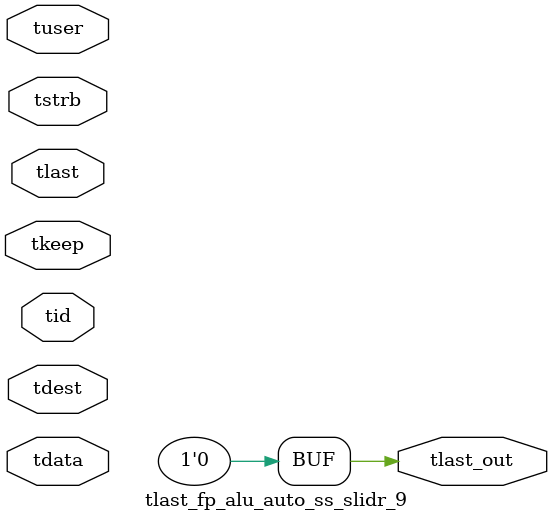
<source format=v>


`timescale 1ps/1ps

module tlast_fp_alu_auto_ss_slidr_9 #
(
parameter C_S_AXIS_TID_WIDTH   = 1,
parameter C_S_AXIS_TUSER_WIDTH = 0,
parameter C_S_AXIS_TDATA_WIDTH = 0,
parameter C_S_AXIS_TDEST_WIDTH = 0
)
(
input  [(C_S_AXIS_TID_WIDTH   == 0 ? 1 : C_S_AXIS_TID_WIDTH)-1:0       ] tid,
input  [(C_S_AXIS_TDATA_WIDTH == 0 ? 1 : C_S_AXIS_TDATA_WIDTH)-1:0     ] tdata,
input  [(C_S_AXIS_TUSER_WIDTH == 0 ? 1 : C_S_AXIS_TUSER_WIDTH)-1:0     ] tuser,
input  [(C_S_AXIS_TDEST_WIDTH == 0 ? 1 : C_S_AXIS_TDEST_WIDTH)-1:0     ] tdest,
input  [(C_S_AXIS_TDATA_WIDTH/8)-1:0 ] tkeep,
input  [(C_S_AXIS_TDATA_WIDTH/8)-1:0 ] tstrb,
input  [0:0]                                                             tlast,
output                                                                   tlast_out
);

assign tlast_out = {1'b0};

endmodule


</source>
